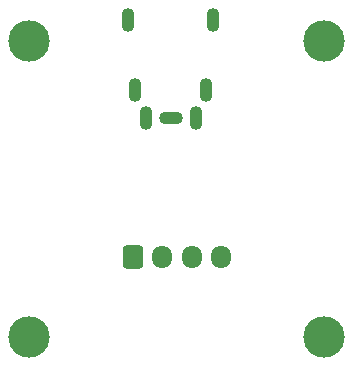
<source format=gbr>
%TF.GenerationSoftware,KiCad,Pcbnew,(6.0.8)*%
%TF.CreationDate,2023-02-07T20:12:27+01:00*%
%TF.ProjectId,SDVX-aux-board,53445658-2d61-4757-982d-626f6172642e,rev?*%
%TF.SameCoordinates,Original*%
%TF.FileFunction,Soldermask,Top*%
%TF.FilePolarity,Negative*%
%FSLAX46Y46*%
G04 Gerber Fmt 4.6, Leading zero omitted, Abs format (unit mm)*
G04 Created by KiCad (PCBNEW (6.0.8)) date 2023-02-07 20:12:27*
%MOMM*%
%LPD*%
G01*
G04 APERTURE LIST*
G04 Aperture macros list*
%AMRoundRect*
0 Rectangle with rounded corners*
0 $1 Rounding radius*
0 $2 $3 $4 $5 $6 $7 $8 $9 X,Y pos of 4 corners*
0 Add a 4 corners polygon primitive as box body*
4,1,4,$2,$3,$4,$5,$6,$7,$8,$9,$2,$3,0*
0 Add four circle primitives for the rounded corners*
1,1,$1+$1,$2,$3*
1,1,$1+$1,$4,$5*
1,1,$1+$1,$6,$7*
1,1,$1+$1,$8,$9*
0 Add four rect primitives between the rounded corners*
20,1,$1+$1,$2,$3,$4,$5,0*
20,1,$1+$1,$4,$5,$6,$7,0*
20,1,$1+$1,$6,$7,$8,$9,0*
20,1,$1+$1,$8,$9,$2,$3,0*%
G04 Aperture macros list end*
%ADD10O,1.100000X2.000000*%
%ADD11O,2.000000X1.100000*%
%ADD12RoundRect,0.250000X-0.600000X-0.725000X0.600000X-0.725000X0.600000X0.725000X-0.600000X0.725000X0*%
%ADD13O,1.700000X1.950000*%
%ADD14C,3.500000*%
G04 APERTURE END LIST*
D10*
%TO.C,CN1*%
X131500000Y-72750000D03*
X132400000Y-75150000D03*
X138100000Y-66850000D03*
X130900000Y-66850000D03*
D11*
X134500000Y-75150000D03*
D10*
X137500000Y-72750000D03*
X136600000Y-75150000D03*
%TD*%
D12*
%TO.C,CN2*%
X131276000Y-86882000D03*
D13*
X133776000Y-86882000D03*
X136276000Y-86882000D03*
X138776000Y-86882000D03*
%TD*%
D14*
%TO.C,H3*%
X147500000Y-68650000D03*
%TD*%
%TO.C,H2*%
X122500000Y-93650000D03*
%TD*%
%TO.C,H4*%
X122500000Y-68650000D03*
%TD*%
%TO.C,H1*%
X147500000Y-93650000D03*
%TD*%
M02*

</source>
